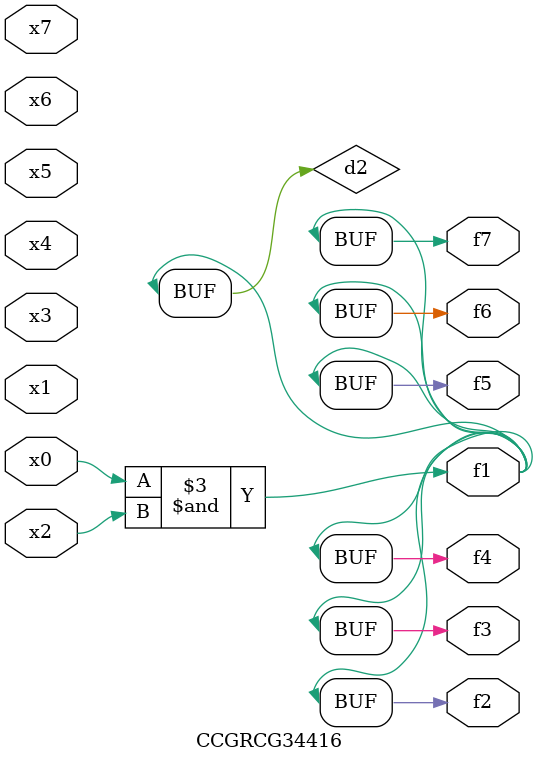
<source format=v>
module CCGRCG34416(
	input x0, x1, x2, x3, x4, x5, x6, x7,
	output f1, f2, f3, f4, f5, f6, f7
);

	wire d1, d2;

	nor (d1, x3, x6);
	and (d2, x0, x2);
	assign f1 = d2;
	assign f2 = d2;
	assign f3 = d2;
	assign f4 = d2;
	assign f5 = d2;
	assign f6 = d2;
	assign f7 = d2;
endmodule

</source>
